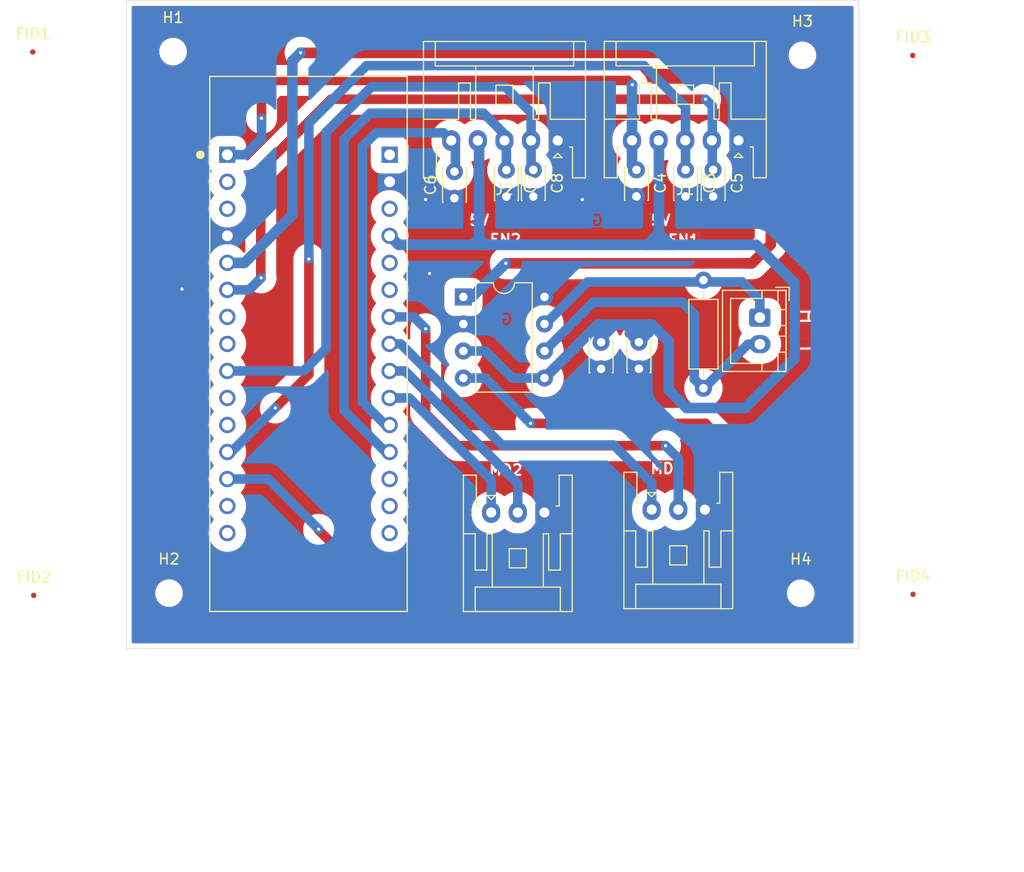
<source format=kicad_pcb>
(kicad_pcb (version 20240108) (generator "pcbnew") (generator_version "8.0")
  (layers (0 "F.Cu" signal) (31 "B.Cu" signal) (34 "B.Paste" user) (35 "F.Paste" user) (36 "B.SilkS" user "B.Silkscreen") (37 "F.SilkS" user "F.Silkscreen") (38 "B.Mask" user) (39 "F.Mask" user) (44 "Edge.Cuts" user))
  (net 0 "")
  (net 1 "A2")
  (net 2 "X2")
  (net 3 "MD1_pwm")
  (net 4 "MD2_pwm")
  (net 5 "GND")
  (net 6 "+5V")
  (net 7 "X1")
  (net 8 "A1")
  (net 9 "B1")
  (net 10 "B2")
  (net 11 "/H")
  (net 12 "/L")
  (net 13 "MD1_dir")
  (net 14 "MD2_dir")
  (net 22 "CAN_Rx")
  (net 23 "CAN_Tx")
  (footprint "Capacitor_THT:C_Disc_D3.0mm_W2.0mm_P2.50mm" (layer "F.Cu") (at 160.25 98.2 90)
    (property "Reference" "C1" (hide yes))
    (property "Value" "0.1μ")
    (fp_line (start 2.87 -1.12) (end 2.87 -1.055) (stroke (width 0.12)) (layer "F.SilkS"))
    (fp_line (start -0.37 -1.119999) (end 2.87 -1.12) (stroke (width 0.12)) (layer "F.SilkS"))
    (fp_line (start -0.37 -1.119999) (end -0.37 -1.055) (stroke (width 0.12)) (layer "F.SilkS"))
    (fp_line (start 2.87 1.055) (end 2.87 1.12) (stroke (width 0.12)) (layer "F.SilkS"))
    (fp_line (start -0.37 1.055) (end -0.369999 1.12) (stroke (width 0.12)) (layer "F.SilkS"))
    (fp_line (start -0.369999 1.12) (end 2.87 1.12) (stroke (width 0.12)) (layer "F.SilkS"))
    (pad "1" thru_hole circle (at 0 0 90) (size 1.6 1.6) (drill 0.8) (layers "*.Cu" "*.Mask") (net 5 "GND"))
    (pad "2" thru_hole circle (at 2.5 0 90) (size 1.6 1.6) (drill 0.8) (layers "*.Cu" "*.Mask") (net 6 "+5V"))
  )
  (footprint "Connector_JST:JST_XH_B2B-XH-A_1x02_P2.50mm_Vertical" (layer "F.Cu") (at 171.61 93.39 -90)
    (property "Reference" "J3" (hide yes))
    (property "Value" "Conn_01x02_Pin")
    (fp_line (start -2.56 3.51) (end 5.06 3.51) (stroke (width 0.12)) (layer "F.SilkS"))
    (fp_line (start 5.06 3.51) (end 5.06 -2.46) (stroke (width 0.12)) (layer "F.SilkS"))
    (fp_line (start -1.8 2.75) (end 1.25 2.75) (stroke (width 0.12)) (layer "F.SilkS"))
    (fp_line (start 4.3 2.75) (end 1.25 2.75) (stroke (width 0.12)) (layer "F.SilkS"))
    (fp_line (start -2.55 -0.2) (end -1.8 -0.2) (stroke (width 0.12)) (layer "F.SilkS"))
    (fp_line (start -1.8 -0.2) (end -1.8 2.75) (stroke (width 0.12)) (layer "F.SilkS"))
    (fp_line (start 4.3 -0.2) (end 4.3 2.75) (stroke (width 0.12)) (layer "F.SilkS"))
    (fp_line (start 5.05 -0.2) (end 4.3 -0.2) (stroke (width 0.12)) (layer "F.SilkS"))
    (fp_line (start -2.55 -1.7) (end -0.75 -1.7) (stroke (width 0.12)) (layer "F.SilkS"))
    (fp_line (start -0.75 -1.7) (end -0.75 -2.45) (stroke (width 0.12)) (layer "F.SilkS"))
    (fp_line (start 0.75 -1.7) (end 1.75 -1.7) (stroke (width 0.12)) (layer "F.SilkS"))
    (fp_line (start 1.75 -1.7) (end 1.75 -2.45) (stroke (width 0.12)) (layer "F.SilkS"))
    (fp_line (start 3.25 -1.7) (end 5.05 -1.7) (stroke (width 0.12)) (layer "F.SilkS"))
    (fp_line (start 5.05 -1.7) (end 5.05 -2.45) (stroke (width 0.12)) (layer "F.SilkS"))
    (fp_line (start -2.55 -2.45) (end -2.55 -1.7) (stroke (width 0.12)) (layer "F.SilkS"))
    (fp_line (start -0.75 -2.45) (end -2.55 -2.45) (stroke (width 0.12)) (layer "F.SilkS"))
    (fp_line (start 0.75 -2.45) (end 0.75 -1.7) (stroke (width 0.12)) (layer "F.SilkS"))
    (fp_line (start 1.75 -2.45) (end 0.75 -2.45) (stroke (width 0.12)) (layer "F.SilkS"))
    (fp_line (start 3.25 -2.45) (end 3.25 -1.7) (stroke (width 0.12)) (layer "F.SilkS"))
    (fp_line (start 5.05 -2.45) (end 3.25 -2.45) (stroke (width 0.12)) (layer "F.SilkS"))
    (fp_line (start -2.56 -2.46) (end -2.56 3.51) (stroke (width 0.12)) (layer "F.SilkS"))
    (fp_line (start 5.06 -2.46) (end -2.56 -2.46) (stroke (width 0.12)) (layer "F.SilkS"))
    (fp_line (start -2.85 -2.75) (end -2.85 -1.5) (stroke (width 0.12)) (layer "F.SilkS"))
    (fp_line (start -1.6 -2.75) (end -2.85 -2.75) (stroke (width 0.12)) (layer "F.SilkS"))
    (pad "1" thru_hole roundrect (at 0 0 270) (size 1.7 2) (drill 1) (layers "*.Cu" "*.Mask") (roundrect_rratio 0.147059) (net 11 "/H"))
    (pad "2" thru_hole oval (at 2.5 0 270) (size 1.7 2) (drill 1) (layers "*.Cu" "*.Mask") (net 12 "/L"))
  )
  (footprint "Fiducial:Fiducial_0.5mm_Mask1.5mm" (layer "F.Cu") (at 185.97 68.75)
    (property "Reference" "FID3" (at 0 -1.7145 0) (layer "F.SilkS"))
    (property "Value" "Fiducial")
    (pad "" smd circle (at 0 0) (size 0.5 0.5) (layers "F.Cu" "F.Mask") (clearance 0.5))
  )
  (footprint "Capacitor_THT:C_Disc_D3.0mm_W2.0mm_P2.50mm" (layer "F.Cu") (at 147.8 79.52 -90)
    (property "Reference" "C7" (at 1.25 -2.25 90) (layer "F.SilkS"))
    (property "Value" "0.1μ")
    (fp_line (start -0.37 1.12) (end 2.87 1.12) (stroke (width 0.12)) (layer "F.SilkS"))
    (fp_line (start -0.37 1.055) (end -0.37 1.12) (stroke (width 0.12)) (layer "F.SilkS"))
    (fp_line (start 2.87 1.055) (end 2.87 1.12) (stroke (width 0.12)) (layer "F.SilkS"))
    (fp_line (start -0.37 -1.12) (end -0.37 -1.055) (stroke (width 0.12)) (layer "F.SilkS"))
    (fp_line (start -0.37 -1.12) (end 2.87 -1.12) (stroke (width 0.12)) (layer "F.SilkS"))
    (fp_line (start 2.87 -1.12) (end 2.87 -1.055) (stroke (width 0.12)) (layer "F.SilkS"))
    (pad "1" thru_hole circle (at 0 0 270) (size 1.6 1.6) (drill 0.8) (layers "*.Cu" "*.Mask") (net 1 "A2"))
    (pad "2" thru_hole circle (at 2.5 0 270) (size 1.6 1.6) (drill 0.8) (layers "*.Cu" "*.Mask") (net 5 "GND"))
  )
  (footprint "Connector_JST:JST_XA_S05B-XASK-1N-BN_1x05_P2.50mm_Horizontal" (layer "F.Cu") (at 152.62 76.75 180)
    (property "Reference" "J2" (at 5 -4.6 0) (layer "F.SilkS"))
    (property "Value" "Conn_01x05_Pin")
    (fp_line (start 12.61 9.31) (end 12.61 -3.51) (stroke (width 0.12)) (layer "F.SilkS"))
    (fp_line (start 12.61 -3.51) (end 11.39 -3.51) (stroke (width 0.12)) (layer "F.SilkS"))
    (fp_line (start 11.5 7.01) (end 11.5 9.31) (stroke (width 0.12)) (layer "F.SilkS"))
    (fp_line (start 11.39 -0.61) (end 11.11 -0.61) (stroke (width 0.12)) (layer "F.SilkS"))
    (fp_line (start 11.39 -3.51) (end 11.39 -0.61) (stroke (width 0.12)) (layer "F.SilkS"))
    (fp_line (start 9.3 5.41) (end 9.3 2) (stroke (width 0.12)) (layer "F.SilkS"))
    (fp_line (start 9.3 2) (end 12.61 2) (stroke (width 0.12)) (layer "F.SilkS"))
    (fp_line (start 8.2 5.41) (end 9.3 5.41) (stroke (width 0.12)) (layer "F.SilkS"))
    (fp_line (start 8.2 2) (end 8.2 5.41) (stroke (width 0.12)) (layer "F.SilkS"))
    (fp_line (start 7.7 7.01) (end 7.7 2) (stroke (width 0.12)) (layer "F.SilkS"))
    (fp_line (start 7.7 2) (end 8.2 2) (stroke (width 0.12)) (layer "F.SilkS"))
    (fp_line (start 5.8 5.2) (end 4.2 5.2) (stroke (width 0.12)) (layer "F.SilkS"))
    (fp_line (start 5.8 3.4) (end 5.8 5.2) (stroke (width 0.12)) (layer "F.SilkS"))
    (fp_line (start 4.2 5.2) (end 4.2 3.4) (stroke (width 0.12)) (layer "F.SilkS"))
    (fp_line (start 4.2 3.4) (end 5.8 3.4) (stroke (width 0.12)) (layer "F.SilkS"))
    (fp_line (start 2.3 7.01) (end 2.3 2) (stroke (width 0.12)) (layer "F.SilkS"))
    (fp_line (start 2.3 2) (end 1.8 2) (stroke (width 0.12)) (layer "F.SilkS"))
    (fp_line (start 1.8 5.41) (end 0.7 5.41) (stroke (width 0.12)) (layer "F.SilkS"))
    (fp_line (start 1.8 2) (end 1.8 5.41) (stroke (width 0.12)) (layer "F.SilkS"))
    (fp_line (start 0.7 5.41) (end 0.7 2) (stroke (width 0.12)) (layer "F.SilkS"))
    (fp_line (start 0.7 2) (end -2.61 2) (stroke (width 0.12)) (layer "F.SilkS"))
    (fp_line (start 0.4 -1.6) (end 0 -1.2) (stroke (width 0.12)) (layer "F.SilkS"))
    (fp_line (start 0 -1.2) (end -0.4 -1.6) (stroke (width 0.12)) (layer "F.SilkS"))
    (fp_line (start -0.4 -1.6) (end 0.4 -1.6) (stroke (width 0.12)) (layer "F.SilkS"))
    (fp_line (start -1.11 -0.61) (end -1.39 -0.61) (stroke (width 0.12)) (layer "F.SilkS"))
    (fp_line (start -1.39 -0.61) (end -1.39 -3.51) (stroke (width 0.12)) (layer "F.SilkS"))
    (fp_line (start -1.39 -3.51) (end -2.61 -3.51) (stroke (width 0.12)) (layer "F.SilkS"))
    (fp_line (start -1.5 9.31) (end -1.5 7.01) (stroke (width 0.12)) (layer "F.SilkS"))
    (fp_line (start -1.5 7.01) (end 11.5 7.01) (stroke (width 0.12)) (layer "F.SilkS"))
    (fp_line (start -2.61 9.31) (end 12.61 9.31) (stroke (width 0.12)) (layer "F.SilkS"))
    (fp_line (start -2.61 -3.51) (end -2.61 9.31) (stroke (width 0.12)) (layer "F.SilkS"))
    (pad "1" thru_hole roundrect (at 0 0 180) (size 1.7 1.95) (drill 0.95) (layers "*.Cu" "*.Mask") (roundrect_rratio 0.147059) (net 5 "GND"))
    (pad "2" thru_hole oval (at 2.5 0 180) (size 1.7 1.95) (drill 0.95) (layers "*.Cu" "*.Mask") (net 2 "X2"))
    (pad "3" thru_hole oval (at 5 0 180) (size 1.7 1.95) (drill 0.95) (layers "*.Cu" "*.Mask") (net 1 "A2"))
    (pad "4" thru_hole oval (at 7.5 0 180) (size 1.7 1.95) (drill 0.95) (layers "*.Cu" "*.Mask") (net 6 "+5V"))
    (pad "5" thru_hole oval (at 10 0 180) (size 1.7 1.95) (drill 0.95) (layers "*.Cu" "*.Mask") (net 10 "B2"))
  )
  (footprint "Resistor_THT:R_Axial_DIN0207_L6.3mm_D2.5mm_P10.16mm_Horizontal" (layer "F.Cu") (at 166.31 89.87 -90)
    (property "Reference" "R1" (hide yes))
    (property "Value" "120" (hide yes))
    (fp_line (start 1.81 1.37) (end 8.35 1.37) (stroke (width 0.12)) (layer "F.SilkS"))
    (fp_line (start 8.35 1.37) (end 8.35 -1.37) (stroke (width 0.12)) (layer "F.SilkS"))
    (fp_line (start 1.04 0) (end 1.81 0) (stroke (width 0.12)) (layer "F.SilkS"))
    (fp_line (start 9.12 0) (end 8.350001 0) (stroke (width 0.12)) (layer "F.SilkS"))
    (fp_line (start 1.81 -1.37) (end 1.81 1.37) (stroke (width 0.12)) (layer "F.SilkS"))
    (fp_line (start 8.35 -1.37) (end 1.81 -1.37) (stroke (width 0.12)) (layer "F.SilkS"))
    (pad "1" thru_hole circle (at 0 0 270) (size 1.6 1.6) (drill 0.8) (layers "*.Cu" "*.Mask") (net 11 "/H"))
    (pad "2" thru_hole oval (at 10.16 0 270) (size 1.6 1.6) (drill 0.8) (layers "*.Cu" "*.Mask") (net 12 "/L"))
  )
  (footprint "Connector_JST:JST_XA_S05B-XASK-1N-BN_1x05_P2.50mm_Horizontal" (layer "F.Cu") (at 169.6 76.74 180)
    (property "Reference" "J1" (at 5 -4.6 0) (layer "F.SilkS"))
    (property "Value" "Conn_01x05_Pin")
    (fp_line (start 12.61 9.31) (end 12.61 -3.51) (stroke (width 0.12)) (layer "F.SilkS"))
    (fp_line (start 12.61 -3.51) (end 11.39 -3.51) (stroke (width 0.12)) (layer "F.SilkS"))
    (fp_line (start 11.5 7.01) (end 11.5 9.31) (stroke (width 0.12)) (layer "F.SilkS"))
    (fp_line (start 11.39 -0.61) (end 11.11 -0.61) (stroke (width 0.12)) (layer "F.SilkS"))
    (fp_line (start 11.39 -3.51) (end 11.39 -0.61) (stroke (width 0.12)) (layer "F.SilkS"))
    (fp_line (start 9.3 5.41) (end 9.3 2) (stroke (width 0.12)) (layer "F.SilkS"))
    (fp_line (start 9.3 2) (end 12.61 2) (stroke (width 0.12)) (layer "F.SilkS"))
    (fp_line (start 8.2 5.41) (end 9.3 5.41) (stroke (width 0.12)) (layer "F.SilkS"))
    (fp_line (start 8.2 2) (end 8.2 5.41) (stroke (width 0.12)) (layer "F.SilkS"))
    (fp_line (start 7.7 7.01) (end 7.7 2) (stroke (width 0.12)) (layer "F.SilkS"))
    (fp_line (start 7.7 2) (end 8.2 2) (stroke (width 0.12)) (layer "F.SilkS"))
    (fp_line (start 5.8 5.2) (end 4.2 5.2) (stroke (width 0.12)) (layer "F.SilkS"))
    (fp_line (start 5.8 3.4) (end 5.8 5.2) (stroke (width 0.12)) (layer "F.SilkS"))
    (fp_line (start 4.2 5.2) (end 4.2 3.4) (stroke (width 0.12)) (layer "F.SilkS"))
    (fp_line (start 4.2 3.4) (end 5.8 3.4) (stroke (width 0.12)) (layer "F.SilkS"))
    (fp_line (start 2.3 7.01) (end 2.3 2) (stroke (width 0.12)) (layer "F.SilkS"))
    (fp_line (start 2.3 2) (end 1.8 2) (stroke (width 0.12)) (layer "F.SilkS"))
    (fp_line (start 1.8 5.41) (end 0.7 5.41) (stroke (width 0.12)) (layer "F.SilkS"))
    (fp_line (start 1.8 2) (end 1.8 5.41) (stroke (width 0.12)) (layer "F.SilkS"))
    (fp_line (start 0.7 5.41) (end 0.7 2) (stroke (width 0.12)) (layer "F.SilkS"))
    (fp_line (start 0.7 2) (end -2.61 2) (stroke (width 0.12)) (layer "F.SilkS"))
    (fp_line (start 0.4 -1.6) (end 0 -1.2) (stroke (width 0.12)) (layer "F.SilkS"))
    (fp_line (start 0 -1.2) (end -0.4 -1.6) (stroke (width 0.12)) (layer "F.SilkS"))
    (fp_line (start -0.4 -1.6) (end 0.4 -1.6) (stroke (width 0.12)) (layer "F.SilkS"))
    (fp_line (start -1.11 -0.61) (end -1.39 -0.61) (stroke (width 0.12)) (layer "F.SilkS"))
    (fp_line (start -1.39 -0.61) (end -1.39 -3.51) (stroke (width 0.12)) (layer "F.SilkS"))
    (fp_line (start -1.39 -3.51) (end -2.61 -3.51) (stroke (width 0.12)) (layer "F.SilkS"))
    (fp_line (start -1.5 9.31) (end -1.5 7.01) (stroke (width 0.12)) (layer "F.SilkS"))
    (fp_line (start -1.5 7.01) (end 11.5 7.01) (stroke (width 0.12)) (layer "F.SilkS"))
    (fp_line (start -2.61 9.31) (end 12.61 9.31) (stroke (width 0.12)) (layer "F.SilkS"))
    (fp_line (start -2.61 -3.51) (end -2.61 9.31) (stroke (width 0.12)) (layer "F.SilkS"))
    (pad "1" thru_hole roundrect (at 0 0 180) (size 1.7 1.95) (drill 0.95) (layers "*.Cu" "*.Mask") (roundrect_rratio 0.147059) (net 5 "GND"))
    (pad "2" thru_hole oval (at 2.5 0 180) (size 1.7 1.95) (drill 0.95) (layers "*.Cu" "*.Mask") (net 7 "X1"))
    (pad "3" thru_hole oval (at 5 0 180) (size 1.7 1.95) (drill 0.95) (layers "*.Cu" "*.Mask") (net 8 "A1"))
    (pad "4" thru_hole oval (at 7.5 0 180) (size 1.7 1.95) (drill 0.95) (layers "*.Cu" "*.Mask") (net 6 "+5V"))
    (pad "5" thru_hole oval (at 10 0 180) (size 1.7 1.95) (drill 0.95) (layers "*.Cu" "*.Mask") (net 9 "B1"))
  )
  (footprint "Capacitor_THT:C_Disc_D3.0mm_W2.0mm_P2.50mm" (layer "F.Cu") (at 156.7 98.21 90)
    (property "Reference" "C2" (hide yes))
    (property "Value" "0.1μ")
    (fp_line (start 2.87 -1.12) (end 2.87 -1.055) (stroke (width 0.12)) (layer "F.SilkS"))
    (fp_line (start -0.369999 -1.12) (end 2.87 -1.12) (stroke (width 0.12)) (layer "F.SilkS"))
    (fp_line (start -0.369999 -1.12) (end -0.37 -1.055) (stroke (width 0.12)) (layer "F.SilkS"))
    (fp_line (start 2.87 1.055) (end 2.87 1.12) (stroke (width 0.12)) (layer "F.SilkS"))
    (fp_line (start -0.37 1.055) (end -0.37 1.119999) (stroke (width 0.12)) (layer "F.SilkS"))
    (fp_line (start -0.37 1.119999) (end 2.87 1.12) (stroke (width 0.12)) (layer "F.SilkS"))
    (pad "1" thru_hole circle (at 0 0 90) (size 1.6 1.6) (drill 0.8) (layers "*.Cu" "*.Mask") (net 5 "GND"))
    (pad "2" thru_hole circle (at 2.5 0 90) (size 1.6 1.6) (drill 0.8) (layers "*.Cu" "*.Mask") (net 6 "+5V"))
  )
  (footprint "MountingHole:MountingHole_2.1mm" (layer "F.Cu") (at 175.45 119.3)
    (property "Reference" "H4" (at 0 -3.2 0) (layer "F.SilkS"))
    (property "Value" "MountingHole")
    (pad "" np_thru_hole circle (at 0 0) (size 2.1 2.1) (drill 2.1) (layers "*.Cu" "*.Mask"))
  )
  (footprint "Capacitor_THT:C_Disc_D3.0mm_W2.0mm_P2.50mm" (layer "F.Cu") (at 167.22 79.502 -90)
    (property "Reference" "C5" (at 1.25 -2.25 90) (layer "F.SilkS"))
    (property "Value" "0.1μ")
    (fp_line (start -0.37 1.12) (end 2.87 1.12) (stroke (width 0.12)) (layer "F.SilkS"))
    (fp_line (start -0.37 1.055) (end -0.37 1.12) (stroke (width 0.12)) (layer "F.SilkS"))
    (fp_line (start 2.87 1.055) (end 2.87 1.12) (stroke (width 0.12)) (layer "F.SilkS"))
    (fp_line (start -0.37 -1.12) (end -0.37 -1.055) (stroke (width 0.12)) (layer "F.SilkS"))
    (fp_line (start -0.37 -1.12) (end 2.87 -1.12) (stroke (width 0.12)) (layer "F.SilkS"))
    (fp_line (start 2.87 -1.12) (end 2.87 -1.055) (stroke (width 0.12)) (layer "F.SilkS"))
    (pad "1" thru_hole circle (at 0 0 270) (size 1.6 1.6) (drill 0.8) (layers "*.Cu" "*.Mask") (net 7 "X1"))
    (pad "2" thru_hole circle (at 2.5 0 270) (size 1.6 1.6) (drill 0.8) (layers "*.Cu" "*.Mask") (net 5 "GND"))
  )
  (footprint "Connector_JST:JST_XA_S03B-XASK-1N-BN_1x03_P2.50mm_Horizontal" (layer "F.Cu") (at 161.45 111.44)
    (property "Reference" "MD2" (hide yes))
    (property "Value" "Conn_01x03_Pin")
    (fp_line (start -2.61 -3.51) (end -2.61 9.31) (stroke (width 0.12)) (layer "F.SilkS"))
    (fp_line (start -2.61 9.31) (end 7.61 9.31) (stroke (width 0.12)) (layer "F.SilkS"))
    (fp_line (start -1.5 2) (end -2.61 2) (stroke (width 0.12)) (layer "F.SilkS"))
    (fp_line (start -1.5 5.41) (end -1.5 2) (stroke (width 0.12)) (layer "F.SilkS"))
    (fp_line (start -1.5 7.01) (end 6.5 7.01) (stroke (width 0.12)) (layer "F.SilkS"))
    (fp_line (start -1.5 9.31) (end -1.5 7.01) (stroke (width 0.12)) (layer "F.SilkS"))
    (fp_line (start -1.39 -3.51) (end -2.61 -3.51) (stroke (width 0.12)) (layer "F.SilkS"))
    (fp_line (start -1.39 -0.61) (end -1.39 -3.51) (stroke (width 0.12)) (layer "F.SilkS"))
    (fp_line (start -1.11 -0.61) (end -1.39 -0.61) (stroke (width 0.12)) (layer "F.SilkS"))
    (fp_line (start -0.4 -1.6) (end 0.4 -1.6) (stroke (width 0.12)) (layer "F.SilkS"))
    (fp_line (start -0.4 2) (end -0.4 5.41) (stroke (width 0.12)) (layer "F.SilkS"))
    (fp_line (start -0.4 5.41) (end -1.5 5.41) (stroke (width 0.12)) (layer "F.SilkS"))
    (fp_line (start 0 -1.2) (end -0.4 -1.6) (stroke (width 0.12)) (layer "F.SilkS"))
    (fp_line (start 0.1 2) (end -0.4 2) (stroke (width 0.12)) (layer "F.SilkS"))
    (fp_line (start 0.1 7.01) (end 0.1 2) (stroke (width 0.12)) (layer "F.SilkS"))
    (fp_line (start 0.4 -1.6) (end 0 -1.2) (stroke (width 0.12)) (layer "F.SilkS"))
    (fp_line (start 1.7 3.4) (end 3.3 3.4) (stroke (width 0.12)) (layer "F.SilkS"))
    (fp_line (start 1.7 5.2) (end 1.7 3.4) (stroke (width 0.12)) (layer "F.SilkS"))
    (fp_line (start 3.3 3.4) (end 3.3 5.2) (stroke (width 0.12)) (layer "F.SilkS"))
    (fp_line (start 3.3 5.2) (end 1.7 5.2) (stroke (width 0.12)) (layer "F.SilkS"))
    (fp_line (start 4.9 2) (end 5.4 2) (stroke (width 0.12)) (layer "F.SilkS"))
    (fp_line (start 4.9 7.01) (end 4.9 2) (stroke (width 0.12)) (layer "F.SilkS"))
    (fp_line (start 5.4 2) (end 5.4 5.41) (stroke (width 0.12)) (layer "F.SilkS"))
    (fp_line (start 5.4 5.41) (end 6.5 5.41) (stroke (width 0.12)) (layer "F.SilkS"))
    (fp_line (start 6.39 -3.51) (end 6.39 -0.61) (stroke (width 0.12)) (layer "F.SilkS"))
    (fp_line (start 6.39 -0.61) (end 6.11 -0.61) (stroke (width 0.12)) (layer "F.SilkS"))
    (fp_line (start 6.5 2) (end 7.61 2) (stroke (width 0.12)) (layer "F.SilkS"))
    (fp_line (start 6.5 5.41) (end 6.5 2) (stroke (width 0.12)) (layer "F.SilkS"))
    (fp_line (start 6.5 7.01) (end 6.5 9.31) (stroke (width 0.12)) (layer "F.SilkS"))
    (fp_line (start 7.61 -3.51) (end 6.39 -3.51) (stroke (width 0.12)) (layer "F.SilkS"))
    (fp_line (start 7.61 9.31) (end 7.61 -3.51) (stroke (width 0.12)) (layer "F.SilkS"))
    (pad "1" thru_hole oval (at 0 0) (size 1.7 1.95) (drill 0.95) (layers "*.Cu" "*.Mask") (net 14 "MD2_dir"))
    (pad "2" thru_hole oval (at 2.5 0) (size 1.7 1.95) (drill 0.95) (layers "*.Cu" "*.Mask") (net 4 "MD2_pwm"))
    (pad "3" thru_hole roundrect (at 5 0) (size 1.7 1.95) (drill 0.95) (layers "*.Cu" "*.Mask") (roundrect_rratio 0.1470588235) (net 5 "GND"))
  )
  (footprint "Capacitor_THT:C_Disc_D3.0mm_W2.0mm_P2.50mm" (layer "F.Cu") (at 142.92 82.17 90)
    (property "Reference" "C6" (at 1.25 -2.25 90) (layer "F.SilkS"))
    (property "Value" "0.1μ")
    (fp_line (start 2.87 -1.12) (end 2.87 -1.055) (stroke (width 0.12)) (layer "F.SilkS"))
    (fp_line (start -0.37 -1.12) (end 2.87 -1.12) (stroke (width 0.12)) (layer "F.SilkS"))
    (fp_line (start -0.37 -1.12) (end -0.37 -1.055) (stroke (width 0.12)) (layer "F.SilkS"))
    (fp_line (start 2.87 1.055) (end 2.87 1.12) (stroke (width 0.12)) (layer "F.SilkS"))
    (fp_line (start -0.37 1.055) (end -0.37 1.12) (stroke (width 0.12)) (layer "F.SilkS"))
    (fp_line (start -0.37 1.12) (end 2.87 1.12) (stroke (width 0.12)) (layer "F.SilkS"))
    (pad "1" thru_hole circle (at 0 0 90) (size 1.6 1.6) (drill 0.8) (layers "*.Cu" "*.Mask") (net 5 "GND"))
    (pad "2" thru_hole circle (at 2.5 0 90) (size 1.6 1.6) (drill 0.8) (layers "*.Cu" "*.Mask") (net 10 "B2"))
  )
  (footprint "NUCLEO-F303K8:MODULE_NUCLEO-F303K8" (layer "F.Cu") (at 129.21 95.865)
    (property "Reference" "U1" (hide yes))
    (property "Value" "NUCLEO-F303K8")
    (fp_line (start -9.27 -25.145) (end 9.27 -25.145) (stroke (width 0.127)) (layer "F.SilkS"))
    (fp_line (start -9.27 25.145) (end -9.27 -25.145) (stroke (width 0.127)) (layer "F.SilkS"))
    (fp_line (start 9.27 -25.145) (end 9.27 25.145) (stroke (width 0.127)) (layer "F.SilkS"))
    (fp_line (start 9.27 25.145) (end -9.27 25.145) (stroke (width 0.127)) (layer "F.SilkS"))
    (fp_circle (center -10.16 -17.78) (end -9.96 -17.78) (stroke (width 0.4)) (fill none) (layer "F.SilkS"))
    (pad "3_1" thru_hole rect (at -7.62 -17.78) (size 1.53 1.53) (drill 1.02) (layers "*.Cu" "*.Mask") (net 9 "B1"))
    (pad "3_2" thru_hole circle (at -7.62 -15.24) (size 1.53 1.53) (drill 1.02) (layers "*.Cu" "*.Mask"))
    (pad "3_3" thru_hole circle (at -7.62 -12.7) (size 1.53 1.53) (drill 1.02) (layers "*.Cu" "*.Mask"))
    (pad "3_4" thru_hole circle (at -7.62 -10.16) (size 1.53 1.53) (drill 1.02) (layers "*.Cu" "*.Mask") (net 5 "GND"))
    (pad "3_5" thru_hole circle (at -7.62 -7.62) (size 1.53 1.53) (drill 1.02) (layers "*.Cu" "*.Mask") (net 23 "CAN_Tx"))
    (pad "3_6" thru_hole circle (at -7.62 -5.08) (size 1.53 1.53) (drill 1.02) (layers "*.Cu" "*.Mask") (net 7 "X1"))
    (pad "3_7" thru_hole circle (at -7.62 -2.54) (size 1.53 1.53) (drill 1.02) (layers "*.Cu" "*.Mask"))
    (pad "3_8" thru_hole circle (at -7.62 0) (size 1.53 1.53) (drill 1.02) (layers "*.Cu" "*.Mask"))
    (pad "3_9" thru_hole circle (at -7.62 2.54) (size 1.53 1.53) (drill 1.02) (layers "*.Cu" "*.Mask") (net 2 "X2"))
    (pad "3_10" thru_hole circle (at -7.62 5.08) (size 1.53 1.53) (drill 1.02) (layers "*.Cu" "*.Mask"))
    (pad "3_11" thru_hole circle (at -7.62 7.62) (size 1.53 1.53) (drill 1.02) (layers "*.Cu" "*.Mask"))
    (pad "3_12" thru_hole circle (at -7.62 10.16) (size 1.53 1.53) (drill 1.02) (layers "*.Cu" "*.Mask") (net 8 "A1"))
    (pad "3_13" thru_hole circle (at -7.62 12.7) (size 1.53 1.53) (drill 1.02) (layers "*.Cu" "*.Mask") (net 22 "CAN_Rx"))
    (pad "3_14" thru_hole circle (at -7.62 15.24) (size 1.53 1.53) (drill 1.02) (layers "*.Cu" "*.Mask"))
    (pad "3_15" thru_hole circle (at -7.62 17.78) (size 1.53 1.53) (drill 1.02) (layers "*.Cu" "*.Mask"))
    (pad "4_1" thru_hole rect (at 7.62 -17.78) (size 1.53 1.53) (drill 1.02) (layers "*.Cu" "*.Mask"))
    (pad "4_2" thru_hole circle (at 7.62 -15.24) (size 1.53 1.53) (drill 1.02) (layers "*.Cu" "*.Mask") (net 5 "GND"))
    (pad "4_3" thru_hole circle (at 7.62 -12.7) (size 1.53 1.53) (drill 1.02) (layers "*.Cu" "*.Mask"))
    (pad "4_4" thru_hole circle (at 7.62 -10.16) (size 1.53 1.53) (drill 1.02) (layers "*.Cu" "*.Mask") (net 6 "+5V"))
    (pad "4_5" thru_hole circle (at 7.62 -7.62) (size 1.53 1.53) (drill 1.02) (layers "*.Cu" "*.Mask"))
    (pad "4_6" thru_hole circle (at 7.62 -5.08) (size 1.53 1.53) (drill 1.02) (layers "*.Cu" "*.Mask"))
    (pad "4_7" thru_hole circle (at 7.62 -2.54) (size 1.53 1.53) (drill 1.02) (layers "*.Cu" "*.Mask") (net 4 "MD2_pwm"))
    (pad "4_8" thru_hole circle (at 7.62 0) (size 1.53 1.53) (drill 1.02) (layers "*.Cu" "*.Mask") (net 14 "MD2_dir"))
    (pad "4_9" thru_hole circle (at 7.62 2.54) (size 1.53 1.53) (drill 1.02) (layers "*.Cu" "*.Mask") (net 3 "MD1_pwm"))
    (pad "4_10" thru_hole circle (at 7.62 5.08) (size 1.53 1.53) (drill 1.02) (layers "*.Cu" "*.Mask") (net 13 "MD1_dir"))
    (pad "4_11" thru_hole circle (at 7.62 7.62) (size 1.53 1.53) (drill 1.02) (layers "*.Cu" "*.Mask") (net 10 "B2"))
    (pad "4_12" thru_hole circle (at 7.62 10.16) (size 1.53 1.53) (drill 1.02) (layers "*.Cu" "*.Mask") (net 1 "A2"))
    (pad "4_13" thru_hole circle (at 7.62 12.7) (size 1.53 1.53) (drill 1.02) (layers "*.Cu" "*.Mask"))
    (pad "4_14" thru_hole circle (at 7.62 15.24) (size 1.53 1.53) (drill 1.02) (layers "*.Cu" "*.Mask"))
    (pad "4_15" thru_hole circle (at 7.62 17.78) (size 1.53 1.53) (drill 1.02) (layers "*.Cu" "*.Mask"))
  )
  (footprint "Capacitor_THT:C_Disc_D3.0mm_W2.0mm_P2.50mm" (layer "F.Cu") (at 150.33 79.51 -90)
    (property "Reference" "C8" (at 1.25 -2.25 90) (layer "F.SilkS"))
    (property "Value" "0.1μ")
    (fp_line (start -0.37 1.12) (end 2.87 1.12) (stroke (width 0.12)) (layer "F.SilkS"))
    (fp_line (start -0.37 1.055) (end -0.37 1.12) (stroke (width 0.12)) (layer "F.SilkS"))
    (fp_line (start 2.87 1.055) (end 2.87 1.12) (stroke (width 0.12)) (layer "F.SilkS"))
    (fp_line (start -0.37 -1.12) (end -0.37 -1.055) (stroke (width 0.12)) (layer "F.SilkS"))
    (fp_line (start -0.37 -1.12) (end 2.87 -1.12) (stroke (width 0.12)) (layer "F.SilkS"))
    (fp_line (start 2.87 -1.12) (end 2.87 -1.055) (stroke (width 0.12)) (layer "F.SilkS"))
    (pad "1" thru_hole circle (at 0 0 270) (size 1.6 1.6) (drill 0.8) (layers "*.Cu" "*.Mask") (net 2 "X2"))
    (pad "2" thru_hole circle (at 2.5 0 270) (size 1.6 1.6) (drill 0.8) (layers "*.Cu" "*.Mask") (net 5 "GND"))
  )
  (footprint "Fiducial:Fiducial_0.5mm_Mask1.5mm" (layer "F.Cu") (at 103.4 119.5)
    (property "Reference" "FID2" (at 0 -1.7145 0) (layer "F.SilkS"))
    (property "Value" "Fiducial")
    (pad "" smd circle (at 0 0) (size 0.5 0.5) (layers "F.Cu" "F.Mask") (clearance 0.5))
  )
  (footprint "MountingHole:MountingHole_2.1mm" (layer "F.Cu") (at 175.61 68.74)
    (property "Reference" "H3" (at 0 -3.2 0) (layer "F.SilkS"))
    (property "Value" "MountingHole")
    (pad "" np_thru_hole circle (at 0 0) (size 2.1 2.1) (drill 2.1) (layers "*.Cu" "*.Mask"))
  )
  (footprint "MountingHole:MountingHole_2.1mm" (layer "F.Cu") (at 116.11 119.29)
    (property "Reference" "H2" (at 0 -3.2 0) (layer "F.SilkS"))
    (property "Value" "MountingHole")
    (pad "" np_thru_hole circle (at 0 0) (size 2.1 2.1) (drill 2.1) (layers "*.Cu" "*.Mask"))
  )
  (footprint "Fiducial:Fiducial_0.5mm_Mask1.5mm" (layer "F.Cu") (at 186 119.4)
    (property "Reference" "FID4" (at 0 -1.7145 0) (layer "F.SilkS"))
    (property "Value" "Fiducial")
    (pad "" smd circle (at 0 0) (size 0.5 0.5) (layers "F.Cu" "F.Mask") (clearance 0.5))
  )
  (footprint "Package_DIP:DIP-8_W7.62mm" (layer "F.Cu") (at 143.76 91.45)
    (property "Reference" "U2" (hide yes))
    (property "Value" "MCP2562-E-P")
    (fp_line (start 1.16 -1.33) (end 1.16 8.95) (stroke (width 0.12)) (layer "F.SilkS"))
    (fp_line (start 1.16 8.95) (end 6.46 8.95) (stroke (width 0.12)) (layer "F.SilkS"))
    (fp_line (start 2.81 -1.33) (end 1.16 -1.33) (stroke (width 0.12)) (layer "F.SilkS"))
    (fp_line (start 6.46 -1.33) (end 4.81 -1.33) (stroke (width 0.12)) (layer "F.SilkS"))
    (fp_line (start 6.46 8.95) (end 6.46 -1.33) (stroke (width 0.12)) (layer "F.SilkS"))
    (fp_arc (start 4.81 -1.33) (mid 3.81 -0.33) (end 2.81 -1.33) (stroke (width 0.12)) (layer "F.SilkS"))
    (pad "1" thru_hole rect (at 0 0) (size 1.6 1.6) (drill 0.8) (layers "*.Cu" "*.Mask") (net 23 "CAN_Tx"))
    (pad "2" thru_hole oval (at 0 2.54) (size 1.6 1.6) (drill 0.8) (layers "*.Cu" "*.Mask") (net 5 "GND"))
    (pad "3" thru_hole oval (at 0 5.08) (size 1.6 1.6) (drill 0.8) (layers "*.Cu" "*.Mask") (net 6 "+5V"))
    (pad "4" thru_hole oval (at 0 7.62) (size 1.6 1.6) (drill 0.8) (layers "*.Cu" "*.Mask") (net 22 "CAN_Rx"))
    (pad "5" thru_hole oval (at 7.62 7.62) (size 1.6 1.6) (drill 0.8) (layers "*.Cu" "*.Mask") (net 6 "+5V"))
    (pad "6" thru_hole oval (at 7.62 5.08) (size 1.6 1.6) (drill 0.8) (layers "*.Cu" "*.Mask") (net 12 "/L"))
    (pad "7" thru_hole oval (at 7.62 2.54) (size 1.6 1.6) (drill 0.8) (layers "*.Cu" "*.Mask") (net 11 "/H"))
    (pad "8" thru_hole oval (at 7.62 0) (size 1.6 1.6) (drill 0.8) (layers "*.Cu" "*.Mask") (net 5 "GND"))
  )
  (footprint "Fiducial:Fiducial_0.5mm_Mask1.5mm" (layer "F.Cu") (at 103.31 68.43)
    (property "Reference" "FID1" (at 0 -1.7145 0) (layer "F.SilkS"))
    (property "Value" "Fiducial")
    (pad "" smd circle (at 0 0) (size 0.5 0.5) (layers "F.Cu" "F.Mask") (clearance 0.5))
  )
  (footprint "Capacitor_THT:C_Disc_D3.0mm_W2.0mm_P2.50mm" (layer "F.Cu") (at 160.02 79.502 -90)
    (property "Reference" "C4" (at 1.25 -2.25 90) (layer "F.SilkS"))
    (property "Value" "0.1μ")
    (fp_line (start -0.37 1.12) (end 2.87 1.12) (stroke (width 0.12)) (layer "F.SilkS"))
    (fp_line (start -0.37 1.055) (end -0.37 1.12) (stroke (width 0.12)) (layer "F.SilkS"))
    (fp_line (start 2.87 1.055) (end 2.87 1.12) (stroke (width 0.12)) (layer "F.SilkS"))
    (fp_line (start -0.37 -1.12) (end -0.37 -1.055) (stroke (width 0.12)) (layer "F.SilkS"))
    (fp_line (start -0.37 -1.12) (end 2.87 -1.12) (stroke (width 0.12)) (layer "F.SilkS"))
    (fp_line (start 2.87 -1.12) (end 2.87 -1.055) (stroke (width 0.12)) (layer "F.SilkS"))
    (pad "1" thru_hole circle (at 0 0 270) (size 1.6 1.6) (drill 0.8) (layers "*.Cu" "*.Mask") (net 9 "B1"))
    (pad "2" thru_hole circle (at 2.5 0 270) (size 1.6 1.6) (drill 0.8) (layers "*.Cu" "*.Mask") (net 5 "GND"))
  )
  (footprint "Capacitor_THT:C_Disc_D3.0mm_W2.0mm_P2.50mm" (layer "F.Cu") (at 164.63 79.502 -90)
    (property "Reference" "C3" (at 1.25 -2.25 90) (layer "F.SilkS"))
    (property "Value" "0.1μ")
    (fp_line (start -0.37 1.12) (end 2.87 1.12) (stroke (width 0.12)) (layer "F.SilkS"))
    (fp_line (start -0.37 1.055) (end -0.37 1.12) (stroke (width 0.12)) (layer "F.SilkS"))
    (fp_line (start 2.87 1.055) (end 2.87 1.12) (stroke (width 0.12)) (layer "F.SilkS"))
    (fp_line (start -0.37 -1.12) (end -0.37 -1.055) (stroke (width 0.12)) (layer "F.SilkS"))
    (fp_line (start -0.37 -1.12) (end 2.87 -1.12) (stroke (width 0.12)) (layer "F.SilkS"))
    (fp_line (start 2.87 -1.12) (end 2.87 -1.055) (stroke (width 0.12)) (layer "F.SilkS"))
    (pad "1" thru_hole circle (at 0 0 270) (size 1.6 1.6) (drill 0.8) (layers "*.Cu" "*.Mask") (net 8 "A1"))
    (pad "2" thru_hole circle (at 2.5 0 270) (size 1.6 1.6) (drill 0.8) (layers "*.Cu" "*.Mask") (net 5 "GND"))
  )
  (footprint "MountingHole:MountingHole_2.1mm" (layer "F.Cu") (at 116.49 68.39)
    (property "Reference" "H1" (at 0 -3.2 0) (layer "F.SilkS"))
    (property "Value" "MountingHole")
    (pad "" np_thru_hole circle (at 0 0) (size 2.1 2.1) (drill 2.1) (layers "*.Cu" "*.Mask"))
  )
  (footprint "Connector_JST:JST_XA_S03B-XASK-1N-BN_1x03_P2.50mm_Horizontal" (layer "F.Cu") (at 146.37 111.71)
    (property "Reference" "MD1" (hide yes))
    (property "Value" "Conn_01x03_Pin")
    (fp_line (start -2.61 -3.51) (end -2.61 9.31) (stroke (width 0.12)) (layer "F.SilkS"))
    (fp_line (start -2.61 9.31) (end 7.61 9.31) (stroke (width 0.12)) (layer "F.SilkS"))
    (fp_line (start -1.5 2) (end -2.61 2) (stroke (width 0.12)) (layer "F.SilkS"))
    (fp_line (start -1.5 5.41) (end -1.5 2) (stroke (width 0.12)) (layer "F.SilkS"))
    (fp_line (start -1.5 7.01) (end 6.5 7.01) (stroke (width 0.12)) (layer "F.SilkS"))
    (fp_line (start -1.5 9.31) (end -1.5 7.01) (stroke (width 0.12)) (layer "F.SilkS"))
    (fp_line (start -1.39 -3.51) (end -2.61 -3.51) (stroke (width 0.12)) (layer "F.SilkS"))
    (fp_line (start -1.39 -0.61) (end -1.39 -3.51) (stroke (width 0.12)) (layer "F.SilkS"))
    (fp_line (start -1.11 -0.61) (end -1.39 -0.61) (stroke (width 0.12)) (layer "F.SilkS"))
    (fp_line (start -0.4 -1.6) (end 0.4 -1.6) (stroke (width 0.12)) (layer "F.SilkS"))
    (fp_line (start -0.4 2) (end -0.4 5.41) (stroke (width 0.12)) (layer "F.SilkS"))
    (fp_line (start -0.4 5.41) (end -1.5 5.41) (stroke (width 0.12)) (layer "F.SilkS"))
    (fp_line (start 0 -1.2) (end -0.4 -1.6) (stroke (width 0.12)) (layer "F.SilkS"))
    (fp_line (start 0.1 2) (end -0.4 2) (stroke (width 0.12)) (layer "F.SilkS"))
    (fp_line (start 0.1 7.01) (end 0.1 2) (stroke (width 0.12)) (layer "F.SilkS"))
    (fp_line (start 0.4 -1.6) (end 0 -1.2) (stroke (width 0.12)) (layer "F.SilkS"))
    (fp_line (start 1.7 3.4) (end 3.3 3.4) (stroke (width 0.12)) (layer "F.SilkS"))
    (fp_line (start 1.7 5.2) (end 1.7 3.4) (stroke (width 0.12)) (layer "F.SilkS"))
    (fp_line (start 3.3 3.4) (end 3.3 5.2) (stroke (width 0.12)) (layer "F.SilkS"))
    (fp_line (start 3.3 5.2) (end 1.7 5.2) (stroke (width 0.12)) (layer "F.SilkS"))
    (fp_line (start 4.9 2) (end 5.4 2) (stroke (width 0.12)) (layer "F.SilkS"))
    (fp_line (start 4.9 7.01) (end 4.9 2) (stroke (width 0.12)) (layer "F.SilkS"))
    (fp_line (start 5.4 2) (end 5.4 5.41) (stroke (width 0.12)) (layer "F.SilkS"))
    (fp_line (start 5.4 5.41) (end 6.5 5.41) (stroke (width 0.12)) (layer "F.SilkS"))
    (fp_line (start 6.39 -3.51) (end 6.39 -0.61) (stroke (width 0.12)) (layer "F.SilkS"))
    (fp_line (start 6.39 -0.61) (end 6.11 -0.61) (stroke (width 0.12)) (layer "F.SilkS"))
    (fp_line (start 6.5 2) (end 7.61 2) (stroke (width 0.12)) (layer "F.SilkS"))
    (fp_line (start 6.5 5.41) (end 6.5 2) (stroke (width 0.12)) (layer "F.SilkS"))
    (fp_line (start 6.5 7.01) (end 6.5 9.31) (stroke (width 0.12)) (layer "F.SilkS"))
    (fp_line (start 7.61 -3.51) (end 6.39 -3.51) (stroke (width 0.12)) (layer "F.SilkS"))
    (fp_line (start 7.61 9.31) (end 7.61 -3.51) (stroke (width 0.12)) (layer "F.SilkS"))
    (pad "1" thru_hole oval (at 0 0) (size 1.7 1.95) (drill 0.95) (layers "*.Cu" "*.Mask") (net 13 "MD1_dir"))
    (pad "2" thru_hole oval (at 2.5 0) (size 1.7 1.95) (drill 0.95) (layers "*.Cu" "*.Mask") (net 3 "MD1_pwm"))
    (pad "3" thru_hole roundrect (at 5 0) (size 1.7 1.95) (drill 0.95) (layers "*.Cu" "*.Mask") (roundrect_rratio 0.1470588235) (net 5 "GND"))
  )
  (gr_rect (start 112.11 63.6) (end 180.91 124.5) (stroke (width 0.05)) (fill none) (layer "Edge.Cuts"))
  (gr_text "B" (at 160.528 84.836 0) (layer "F.Cu" knockout) (effects (font (size 1 1) (thickness 0.2)) (justify right bottom)))
  (gr_text "G" (at 153.26 84.836 0) (layer "F.Cu" knockout) (effects (font (size 1 1) (thickness 0.2) (bold yes)) (justify right bottom)))
  (gr_text "L" (at 177.17 96.79 90) (layer "F.Cu" knockout) (effects (font (size 1.5 1.5) (thickness 0.2)) (justify left bottom)))
  (gr_text "5V" (at 146.28 84.836 0) (layer "F.Cu" knockout) (effects (font (size 1 1) (thickness 0.2) (bold yes)) (justify right bottom)))
  (gr_text "EN2" (at 146.12 86.65 0) (layer "F.Cu" knockout) (effects (font (size 1 1) (thickness 0.2) (bold yes)) (justify left bottom)))
  (gr_text "5V" (at 163.322 84.836 0) (layer "F.Cu" knockout) (effects (font (size 1 1) (thickness 0.2) (bold yes)) (justify right bottom)))
  (gr_text "X" (at 150.876 84.836 0) (layer "F.Cu" knockout) (effects (font (size 1 1) (thickness 0.2)) (justify right bottom)))
  (gr_text "MD2" (at 146.07 108.3 0) (layer "F.Cu" knockout) (effects (font (size 1 1) (thickness 0.2)) (justify left bottom)))
  (gr_text "EN1" (at 162.87 86.7 0) (layer "F.Cu" knockout) (effects (font (size 1 1) (thickness 0.2) (bold yes)) (justify left bottom)))
  (gr_text "G" (at 165.74 109.26 0) (layer "F.Cu" knockout) (effects (font (size 1 1) (thickness 0.2) (bold yes)) (justify left bottom)))
  (gr_text "G" (at 170.18 84.836 0) (layer "F.Cu" knockout) (effects (font (size 1 1) (thickness 0.2) (bold yes)) (justify right bottom)))
  (gr_text "H" (at 177.17 94.18 90) (layer "F.Cu" knockout) (effects (font (size 1.5 1.5) (thickness 0.2)) (justify left bottom)))
  (gr_text "A" (at 148.336 84.836 0) (layer "F.Cu" knockout) (effects (font (size 1 1) (thickness 0.2)) (justify right bottom)))
  (gr_text "G" (at 150.76 109.38 0) (layer "F.Cu" knockout) (effects (font (size 1 1) (thickness 0.2) (bold yes)) (justify left bottom)))
  (gr_text "B" (at 143.51 84.836 0) (layer "F.Cu" knockout) (effects (font (size 1 1) (thickness 0.2)) (justify right bottom)))
  (gr_text "A" (at 165.354 84.836 0) (layer "F.Cu" knockout) (effects (font (size 1 1) (thickness 0.2)) (justify right bottom)))
  (gr_text "X" (at 167.64 84.836 0) (layer "F.Cu" knockout) (effects (font (size 1 1) (thickness 0.2)) (justify right bottom)))
  (gr_text "MD1" (at 161.23 108.16 0) (layer "F.Cu" knockout) (effects (font (size 1 1) (thickness 0.2)) (justify left bottom)))
  (gr_text "G" (at 148.48 94.14 0) (layer "B.Cu" knockout) (effects (font (size 1 1) (thickness 0.2)) (justify left bottom mirror)))
  (gr_text "G" (at 156.972 84.836 0) (layer "B.Cu" knockout) (effects (font (size 1 1) (thickness 0.2)) (justify left bottom mirror)))
  (segment (start 134.99 74.18) (end 145.66 74.18) (width 0.9) (layer "B.Cu") (net 1))
  (segment (start 132.55 76.62) (end 134.99 74.18) (width 0.9) (layer "B.Cu") (net 1))
  (segment (start 136.4604 106.025) (end 132.55 102.1146) (width 0.9) (layer "B.Cu") (net 1))
  (segment (start 145.66 74.18) (end 147.8 76.32) (width 0.9) (layer "B.Cu") (net 1))
  (segment (start 147.8 76.32) (end 147.8 79.52) (width 0.9) (layer "B.Cu") (net 1))
  (segment (start 136.83 106.025) (end 136.4604 106.025) (width 0.9) (layer "B.Cu") (net 1))
  (segment (start 132.55 102.1146) (end 132.55 76.62) (width 0.9) (layer "B.Cu") (net 1))
  (segment (start 147.695184 71.7) (end 150.12 74.124816) (width 0.9) (layer "B.Cu") (net 2))
  (segment (start 128.755 98.405) (end 130.86 96.3) (width 0.9) (layer "B.Cu") (net 2))
  (segment (start 130.86 75.97) (end 135.13 71.7) (width 0.9) (layer "B.Cu") (net 2))
  (segment (start 121.59 98.405) (end 128.755 98.405) (width 0.9) (layer "B.Cu") (net 2))
  (segment (start 150.12 74.124816) (end 150.12 79.3) (width 0.9) (layer "B.Cu") (net 2))
  (segment (start 135.13 71.7) (end 147.695184 71.7) (width 0.9) (layer "B.Cu") (net 2))
  (segment (start 150.41 79.59) (end 150.41 79.67) (width 0.9) (layer "B.Cu") (net 2))
  (segment (start 150.12 79.3) (end 150.41 79.59) (width 0.9) (layer "B.Cu") (net 2))
  (segment (start 130.86 96.3) (end 130.86 75.97) (width 0.9) (layer "B.Cu") (net 2))
  (segment (start 148.87 111.71) (end 148.87 109) (width 0.9) (layer "B.Cu") (net 3))
  (segment (start 138.275 98.405) (end 136.83 98.405) (width 0.9) (layer "B.Cu") (net 3))
  (segment (start 148.87 109) (end 138.275 98.405) (width 0.9) (layer "B.Cu") (net 3))
  (segment (start 140.2199 94.4401) (end 140.2199 102.4099) (width 0.9) (layer "F.Cu") (net 4))
  (segment (start 140.2199 102.4099) (end 143.24 105.43) (width 0.9) (layer "F.Cu") (net 4))
  (segment (start 143.24 105.43) (end 162.75 105.43) (width 0.9) (layer "F.Cu") (net 4))
  (via (at 140.2199 94.4401) (size 0.6) (drill 0.3) (layers "F.Cu" "B.Cu") (net 4))
  (via (at 162.75 105.43) (size 0.6) (drill 0.3) (layers "F.Cu" "B.Cu") (net 4))
  (segment (start 140.2199 94.4401) (end 139.1048 93.325) (width 0.9) (layer "B.Cu") (net 4))
  (segment (start 163.95 106.63) (end 163.95 111.44) (width 0.9) (layer "B.Cu") (net 4))
  (segment (start 139.1048 93.325) (end 136.83 93.325) (width 0.9) (layer "B.Cu") (net 4))
  (segment (start 162.75 105.43) (end 163.95 106.63) (width 0.9) (layer "B.Cu") (net 4))
  (via (at 154.94 82.296) (size 0.6) (drill 0.3) (layers "F.Cu" "B.Cu") (net 5))
  (via (at 117.32 90.71) (size 0.6) (drill 0.3) (layers "F.Cu" "B.Cu") (net 5))
  (via (at 140.208 82.296) (size 0.6) (drill 0.3) (layers "F.Cu" "B.Cu") (net 5))
  (via (at 140.58 89.24) (size 0.6) (drill 0.3) (layers "F.Cu" "B.Cu") (net 5))
  (segment (start 140.74 119.13) (end 140.73 119.12) (width 0.9) (layer "B.Cu") (net 5))
  (segment (start 121.278 85.705) (end 121.59 85.705) (width 0.9) (layer "B.Cu") (net 5))
  (segment (start 161.14 94.81) (end 161.14 94.05) (width 1) (layer "B.Cu") (net 6))
  (segment (start 162.13 85.48) (end 162.13 86.48) (width 1) (layer "B.Cu") (net 6))
  (segment (start 145.83 86.55) (end 160.98 86.55) (width 1) (layer "B.Cu") (net 6))
  (segment (start 160.98 86.55) (end 162.96 86.55) (width 1) (layer "B.Cu") (net 6))
  (segment (start 160.25 94.28) (end 160.02 94.05) (width 1) (layer "B.Cu") (net 6))
  (segment (start 160.25 95.7) (end 159.4 94.85) (width 1) (layer "B.Cu") (net 6))
  (segment (start 162.13 76.77) (end 162.13 85.48) (width 1) (layer "B.Cu") (net 6))
  (segment (start 162.13 85.48) (end 163.2 86.55) (width 1) (layer "B.Cu") (net 6))
  (segment (start 161.06 86.55) (end 162.13 85.48) (width 1) (layer "B.Cu") (net 6))
  (segment (start 144.1815 96.53) (end 143.76 96.53) (width 0.9) (layer "B.Cu") (net 6))
  (segment (start 156.51 94.41) (end 156.51 95.12) (width 1) (layer "B.Cu") (net 6))
  (segment (start 159.4 94.85) (end 159.4 94.05) (width 1) (layer "B.Cu") (net 6))
  (segment (start 174.87 97.24) (end 170.22 101.89) (width 1) (layer "B.Cu") (net 6))
  (segment (start 160.98 86.55) (end 161.06 86.55) (width 1) (layer "B.Cu") (net 6))
  (segment (start 145.24 85.94) (end 145.23 85.95) (width 1) (layer "B.Cu") (net 6))
  (segment (start 145.83 86.55) (end 146.36 86.55) (width 1) (layer "B.Cu") (net 6))
  (segment (start 144.63 86.55) (end 145.83 86.55) (width 1) (layer "B.Cu") (net 6))
  (segment (start 162.96 86.55) (end 171.27 86.55) (width 1) (layer "B.Cu") (net 6))
  (segment (start 145.24 85.96) (end 145.83 86.55) (width 1) (layer "B.Cu") (net 6))
  (segment (start 164.74 101.89) (end 163.05 100.2) (width 1) (layer "B.Cu") (net 6))
  (segment (start 144.1815 96.53) (end 145.8117 96.53) (width 0.9) (layer "B.Cu") (net 6))
  (segment (start 137.675 86.55) (end 144.63 86.55) (width 1) (layer "B.Cu") (net 6))
  (segment (start 145.24 76.87) (end 145.24 85.94) (width 1) (layer "B.Cu") (net 6))
  (segment (start 159.4 94.05) (end 158.53 94.05) (width 1) (layer "B.Cu") (net 6))
  (segment (start 156.4 94.05) (end 151.38 99.07) (width 1) (layer "B.Cu") (net 6))
  (segment (start 145.24 85.94) (end 145.24 85.96) (width 1) (layer "B.Cu") (net 6))
  (segment (start 145.12 76.75) (end 145.24 76.87) (width 1) (layer "B.Cu") (net 6))
  (segment (start 161.14 94.05) (end 160.64 94.05) (width 1) (layer "B.Cu") (net 6))
  (segment (start 160.64 94.05) (end 159.4 94.05) (width 1) (layer "B.Cu") (net 6))
  (segment (start 156.51 95.59) (end 156.7 95.78) (width 1) (layer "B.Cu") (net 6))
  (segment (start 160.25 95.7) (end 160.25 94.28) (width 1) (layer "B.Cu") (net 6))
  (segment (start 156.51 95.12) (end 156.51 95.59) (width 1) (layer "B.Cu") (net 6))
  (segment (start 156.7 95.78) (end 156.7 95.31) (width 1) (layer "B.Cu") (net 6))
  (segment (start 156.7 95.31) (end 156.7 95.952468) (width 1) (layer "B.Cu") (net 6))
  (segment (start 163.2 86.55) (end 163.58 86.55) (width 1) (layer "B.Cu") (net 6))
  (segment (start 170.22 101.89) (end 164.74 101.89) (width 1) (layer "B.Cu") (net 6))
  (segment (start 161.47 94.05) (end 161.14 94.05) (width 1) (layer "B.Cu") (net 6))
  (segment (start 174.87 90.15) (end 174.87 97.24) (width 1) (layer "B.Cu") (net 6))
  (segment (start 171.27 86.55) (end 174.87 90.15) (width 1) (layer "B.Cu") (net 6))
  (segment (start 160.18 95.7) (end 160.25 95.7) (width 1) (layer "B.Cu") (net 6))
  (segment (start 163.05 95.63) (end 161.47 94.05) (width 1) (layer "B.Cu") (net 6))
  (segment (start 163.05 100.2) (end 163.05 95.63) (width 1) (layer "B.Cu") (net 6))
  (segment (start 160.25 95.7) (end 161.14 94.81) (width 1) (layer "B.Cu") (net 6))
  (segment (start 162.1 76.74) (end 162.13 76.77) (width 1) (layer "B.Cu") (net 6))
  (segment (start 144.63 86.55) (end 145.23 85.95) (width 1) (layer "B.Cu") (net 6))
  (segment (start 156.51 95.12) (end 156.7 95.31) (width 1) (layer "B.Cu") (net 6))
  (segment (start 162.13 86.48) (end 162.2 86.55) (width 1) (layer "B.Cu") (net 6))
  (segment (start 136.83 85.705) (end 137.675 86.55) (width 1) (layer "B.Cu") (net 6))
  (segment (start 158.53 94.05) (end 156.4 94.05) (width 1) (layer "B.Cu") (net 6))
  (segment (start 156.7 95.31) (end 157.96 94.05) (width 1) (layer "B.Cu") (net 6))
  (segment (start 148.3517 99.07) (end 145.8117 96.53) (width 0.9) (layer "B.Cu") (net 6))
  (segment (start 151.38 99.07) (end 148.3517 99.07) (width 0.9) (layer "B.Cu") (net 6))
  (segment (start 166.51 72.87) (end 131.33 72.87) (width 0.9) (layer "F.Cu") (net 7))
  (segment (start 131.33 72.87) (end 124.73 79.47) (width 0.9) (layer "F.Cu") (net 7))
  (segment (start 124.73 89.63) (end 124.76 89.66) (width 0.9) (layer "F.Cu") (net 7))
  (segment (start 124.73 79.47) (end 124.73 89.63) (width 0.9) (layer "F.Cu") (net 7))
  (via (at 124.76 89.66) (size 0.6) (drill 0.3) (layers "F.Cu" "B.Cu") (net 7))
  (via (at 166.51 72.87) (size 0.6) (drill 0.3) (layers "F.Cu" "B.Cu") (net 7))
  (segment (start 167.14 79.422) (end 167.22 79.502) (width 0.9) (layer "B.Cu") (net 7))
  (segment (start 167.14 73.5) (end 167.14 79.422) (width 0.9) (layer "B.Cu") (net 7))
  (segment (start 123.635 90.785) (end 121.59 90.785) (width 0.9) (layer "B.Cu") (net 7))
  (segment (start 124.76 89.66) (end 123.635 90.785) (width 0.9) (layer "B.Cu") (net 7))
  (segment (start 166.51 72.87) (end 167.14 73.5) (width 0.9) (layer "B.Cu") (net 7))
  (segment (start 129.248 98.7334) (end 129.248 87.8867) (width 0.9) (layer "F.Cu") (net 8))
  (segment (start 126.0907 101.8907) (end 129.248 98.7334) (width 0.9) (layer "F.Cu") (net 8))
  (via (at 129.248 87.8867) (size 0.6) (drill 0.3) (layers "F.Cu" "B.Cu") (net 8))
  (via (at 126.0907 101.8907) (size 0.6) (drill 0.3) (layers "F.Cu" "B.Cu") (net 8))
  (segment (start 121.9564 106.025) (end 121.59 106.025) (width 0.9) (layer "B.Cu") (net 8))
  (segment (start 126.0907 101.8907) (end 121.9564 106.025) (width 0.9) (layer "B.Cu") (net 8))
  (segment (start 129.248 87.8867) (end 129.248 75.1167) (width 0.9) (layer "B.Cu") (net 8))
  (segment (start 160.7308 69.7108) (end 164.63 73.61) (width 0.9) (layer "B.Cu") (net 8))
  (segment (start 164.63 73.61) (end 164.63 79.502) (width 0.9) (layer "B.Cu") (net 8))
  (segment (start 134.6539 69.7108) (end 160.7308 69.7108) (width 0.9) (layer "B.Cu") (net 8))
  (segment (start 129.248 75.1167) (end 134.6539 69.7108) (width 0.9) (layer "B.Cu") (net 8))
  (segment (start 159.63 71.51) (end 159.22 71.1) (width 0.9) (layer "F.Cu") (net 9))
  (segment (start 124.8 72.24) (end 124.8 74.66) (width 0.9) (layer "F.Cu") (net 9))
  (segment (start 159.22 71.1) (end 125.94 71.1) (width 0.9) (layer "F.Cu") (net 9))
  (segment (start 125.94 71.1) (end 124.8 72.24) (width 0.9) (layer "F.Cu") (net 9))
  (via (at 124.8 74.66) (size 0.6) (drill 0.3) (layers "F.Cu" "B.Cu") (net 9))
  (via (at 159.63 71.51) (size 0.6) (drill 0.3) (layers "F.Cu" "B.Cu") (net 9))
  (segment (start 159.63 71.51) (end 159.6 71.54) (width 1) (layer "B.Cu") (net 9))
  (segment (start 159.6 79.082) (end 160.02 79.502) (width 1) (layer "B.Cu") (net 9))
  (segment (start 123.285 78.085) (end 121.59 78.085) (width 0.9) (layer "B.Cu") (net 9))
  (segment (start 124.8 74.66) (end 124.8 76.57) (width 0.9) (layer "B.Cu") (net 9))
  (segment (start 159.6 71.54) (end 159.6 79.082) (width 1) (layer "B.Cu") (net 9))
  (segment (start 124.8 76.57) (end 123.285 78.085) (width 0.9) (layer "B.Cu") (net 9))
  (segment (start 135.5598 76.0247) (end 134.27 77.3145) (width 0.9) (layer "B.Cu") (net 10))
  (segment (start 134.27 101.3115) (end 136.4435 103.485) (width 0.9) (layer "B.Cu") (net 10))
  (segment (start 142.92 79.67) (end 143.01 79.58) (width 0.9) (layer "B.Cu") (net 10))
  (segment (start 136.4435 103.485) (end 136.83 103.485) (width 0.9) (layer "B.Cu") (net 10))
  (segment (start 141.8947 76.0247) (end 135.5598 76.0247) (width 0.9) (layer "B.Cu") (net 10))
  (segment (start 134.27 77.3145) (end 134.27 101.3115) (width 0.9) (layer "B.Cu") (net 10))
  (segment (start 143.01 77.14) (end 141.8947 76.0247) (width 0.9) (layer "B.Cu") (net 10))
  (segment (start 143.01 79.58) (end 143.01 77.14) (width 0.9) (layer "B.Cu") (net 10))
  (segment (start 171.61 91.7) (end 171.61 93.39) (width 0.9) (layer "B.Cu") (net 11))
  (segment (start 151.38 93.99) (end 151.46 93.99) (width 0.9) (layer "B.Cu") (net 11))
  (segment (start 155.41 90.04) (end 169.95 90.04) (width 0.9) (layer "B.Cu") (net 11))
  (segment (start 169.95 90.04) (end 171.61 91.7) (width 0.9) (layer "B.Cu") (net 11))
  (segment (start 151.46 93.99) (end 155.41 90.04) (width 0.9) (layer "B.Cu") (net 11))
  (segment (start 164.32 91.94) (end 165.45 93.07) (width 0.9) (layer "B.Cu") (net 12))
  (segment (start 166.31 100.03) (end 166.36 100.03) (width 0.9) (layer "B.Cu") (net 12))
  (segment (start 170.5 95.89) (end 171.61 95.89) (width 0.9) (layer "B.Cu") (net 12))
  (segment (start 151.38 96.53) (end 155.97 91.94) (width 0.9) (layer "B.Cu") (net 12))
  (segment (start 155.97 91.94) (end 164.32 91.94) (width 0.9) (layer "B.Cu") (net 12))
  (segment (start 165.45 99.17) (end 166.31 100.03) (width 0.9) (layer "B.Cu") (net 12))
  (segment (start 165.45 93.07) (end 165.45 99.17) (width 0.9) (layer "B.Cu") (net 12))
  (segment (start 166.36 100.03) (end 170.5 95.89) (width 0.9) (layer "B.Cu") (net 12))
  (segment (start 146.37 111.71) (end 146.37 108.64) (width 0.9) (layer "B.Cu") (net 13))
  (segment (start 146.37 108.64) (end 138.675 100.945) (width 0.9) (layer "B.Cu") (net 13))
  (segment (start 138.675 100.945) (end 136.83 100.945) (width 0.9) (layer "B.Cu") (net 13))
  (segment (start 136.83 95.865) (end 137.875 95.865) (width 0.9) (layer "B.Cu") (net 14))
  (segment (start 157.88 105.37) (end 161.45 108.94) (width 0.9) (layer "B.Cu") (net 14))
  (segment (start 147.38 105.37) (end 157.88 105.37) (width 0.9) (layer "B.Cu") (net 14))
  (segment (start 137.875 95.865) (end 147.38 105.37) (width 0.9) (layer "B.Cu") (net 14))
  (segment (start 161.45 108.94) (end 161.45 111.44) (width 0.9) (layer "B.Cu") (net 14))
  (segment (start 169.88 113.92) (end 167.24 116.56) (width 0.9) (layer "F.Cu") (net 22))
  (segment (start 169.88 106.7) (end 169.88 113.92) (width 0.9) (layer "F.Cu") (net 22))
  (segment (start 130.165 113.3684) (end 130.165 113.285) (width 0.9) (layer "F.Cu") (net 22))
  (segment (start 167.24 116.56) (end 133.3566 116.56) (width 0.9) (layer "F.Cu") (net 22))
  (segment (start 133.3566 116.56) (end 130.165 113.3684) (width 0.9) (layer "F.Cu") (net 22))
  (segment (start 150.0717 103.33) (end 166.51 103.33) (width 0.9) (layer "F.Cu") (net 22))
  (segment (start 166.51 103.33) (end 169.88 106.7) (width 0.9) (layer "F.Cu") (net 22))
  (via (at 130.165 113.285) (size 0.6) (drill 0.3) (layers "F.Cu" "B.Cu") (net 22))
  (via (at 150.0717 103.33) (size 0.6) (drill 0.3) (layers "F.Cu" "B.Cu") (net 22))
  (segment (start 130.165 113.285) (end 125.445 108.565) (width 0.9) (layer "B.Cu") (net 22))
  (segment (start 145.8117 99.07) (end 143.76 99.07) (width 0.9) (layer "B.Cu") (net 22))
  (segment (start 125.445 108.565) (end 121.59 108.565) (width 0.9) (layer "B.Cu") (net 22))
  (segment (start 150.0717 103.33) (end 145.8117 99.07) (width 0.9) (layer "B.Cu") (net 22))
  (segment (start 172.64 72.85) (end 172.64 86.51) (width 1) (layer "F.Cu") (net 23))
  (segment (start 128.49 68.51) (end 168.3 68.51) (width 1) (layer "F.Cu") (net 23))
  (segment (start 128.47 68.49) (end 128.49 68.51) (width 1) (layer "F.Cu") (net 23))
  (segment (start 170.86 88.29) (end 147.74 88.29) (width 1) (layer "F.Cu") (net 23))
  (segment (start 172.64 86.51) (end 170.86 88.29) (width 1) (layer "F.Cu") (net 23))
  (segment (start 168.3 68.51) (end 172.64 72.85) (width 1) (layer "F.Cu") (net 23))
  (via (at 128.47 68.49) (size 0.6) (drill 0.3) (layers "F.Cu" "B.Cu") (net 23))
  (via (at 147.74 88.29) (size 0.6) (drill 0.3) (layers "F.Cu" "B.Cu") (net 23))
  (segment (start 128.47 68.49) (end 127.7 69.26) (width 1) (layer "B.Cu") (net 23))
  (segment (start 127.7 69.26) (end 127.7 83.74) (width 1) (layer "B.Cu") (net 23))
  (segment (start 144.58 91.45) (end 143.76 91.45) (width 1) (layer "B.Cu") (net 23))
  (segment (start 123.195 88.245) (end 121.59 88.245) (width 1) (layer "B.Cu") (net 23))
  (segment (start 147.74 88.29) (end 144.58 91.45) (width 1) (layer "B.Cu") (net 23))
  (segment (start 127.7 83.74) (end 123.195 88.245) (width 1) (layer "B.Cu") (net 23))
  (zone (net 5) (net_name "GND") (layers "F&B.Cu") (connect_pads yes (clearance 1)) (min_thickness 0.25) (fill yes (thermal_gap 0.5) (thermal_bridge_width 0.5))
    (polygon (pts (xy 112.13 63.54) (xy 181.22 63.76) (xy 180.99 124.46) (xy 112.05 124.8)))
  )
)
</source>
